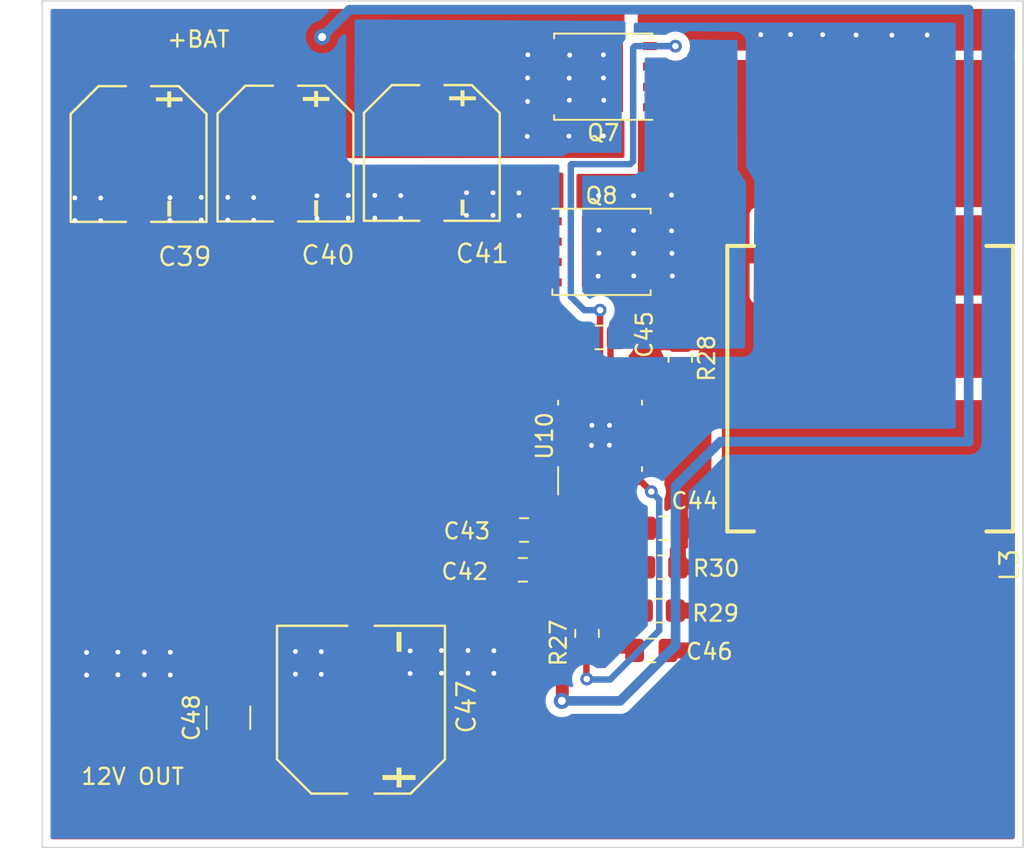
<source format=kicad_pcb>
(kicad_pcb (version 20211014) (generator pcbnew)
  (layers (0 "F.Cu" signal) (31 "B.Cu" signal) (34 "B.Paste" user) (35 "F.Paste" user) (36 "B.SilkS" user "B.Silkscreen") (37 "F.SilkS" user "F.Silkscreen") (38 "B.Mask" user) (39 "F.Mask" user) (44 "Edge.Cuts" user))
  (net 0 "")
  (net 1 "GND")
  (net 2 "+BATT")
  (net 3 "+12V")
  (net 5 "LG")
  (net 6 "BST")
  (net 7 "HG")
  (net 8 "SW")
  (net 9 "ILIM")
  (net 10 "CVCC")
  (net 11 "FB")
  (net 12 "SS")
  (net 13 "RON")
  (footprint "Capacitor_SMD:C_0805_2012Metric_Pad1.18x1.45mm_HandSolder" (layer "F.Cu") (at 46.808542 144.124106 180)
    (fp_text reference "C43" (at 3.56 -0.07) (layer "F.SilkS"))
    (fp_text value "2.2uF" hide)
    (fp_line (start -0.261252 -0.735) (end 0.261252 -0.735) (layer "F.SilkS") (width 0.12))
    (fp_line (start -0.261252 0.735) (end 0.261252 0.735) (layer "F.SilkS") (width 0.12))
    (pad "1" smd roundrect (at -1.0375 0 180) (size 1.175 1.45) (layers "F.Cu" "F.Paste" "F.Mask") (roundrect_rratio 0.2127659574) (net 10 "CVCC"))
    (pad "2" smd roundrect (at 1.0375 0 180) (size 1.175 1.45) (layers "F.Cu" "F.Paste" "F.Mask") (roundrect_rratio 0.2127659574) (net 1 "GND"))
  )
  (footprint "Capacitor_SMD:C_1210_3225Metric_Pad1.33x2.70mm_HandSolder" (layer "F.Cu") (at 28.408542 155.8125 90)
    (fp_text reference "C48" (at 0 -2.3 90) (layer "F.SilkS"))
    (fp_text value "100uF" hide)
    (fp_line (start -0.711252 -1.36) (end 0.711252 -1.36) (layer "F.SilkS") (width 0.12))
    (fp_line (start -0.711252 1.36) (end 0.711252 1.36) (layer "F.SilkS") (width 0.12))
    (pad "1" smd roundrect (at -1.5625 0 90) (size 1.325 2.7) (layers "F.Cu" "F.Paste" "F.Mask") (roundrect_rratio 0.1886792453) (net 3 "+12V"))
    (pad "2" smd roundrect (at 1.5625 0 90) (size 1.325 2.7) (layers "F.Cu" "F.Paste" "F.Mask") (roundrect_rratio 0.1886792453) (net 1 "GND"))
  )
  (footprint "Robotont:CAP-SMD_BD8.0-L8.3-W8.3-LS9.0-FD_35SVPF39M" (layer "F.Cu") (at 41.068542 120.644106 -90)
    (fp_text reference "C41" (at 6.27 -1.38) (layer "F.SilkS") (effects (font (size 1.143 1.143) (thickness 0.152)) (justify left)))
    (fp_text value "39uF" hide)
    (fp_line (start -2.49 -4.226) (end -4.226 -2.49) (layer "F.SilkS") (width 0.152))
    (fp_line (start -4.226 2.49) (end -4.226 0.782) (layer "F.SilkS") (width 0.152))
    (fp_line (start 4.226 -0.782) (end 4.226 -4.226) (layer "F.SilkS") (width 0.152))
    (fp_line (start -2.49 4.226) (end -4.226 2.49) (layer "F.SilkS") (width 0.152))
    (fp_line (start -4.226 -2.49) (end -4.226 -0.782) (layer "F.SilkS") (width 0.152))
    (fp_line (start 4.226 -4.226) (end -2.49 -4.226) (layer "F.SilkS") (width 0.152))
    (fp_line (start 4.226 4.226) (end -2.49 4.226) (layer "F.SilkS") (width 0.152))
    (fp_line (start 4.226 0.782) (end 4.226 4.226) (layer "F.SilkS") (width 0.152))
    (fp_poly (pts (xy -3.528 -1.079) (xy -3.528 -2.739) (xy -3.279 -2.739) (xy -3.279 -1.079)) (layer "F.SilkS") (width 0) (fill solid))
    (fp_poly (pts (xy -3.901 -1.784) (xy -3.901 -2.033) (xy -2.905 -2.033) (xy -2.905 -1.784)) (layer "F.SilkS") (width 0) (fill solid))
    (fp_poly (pts (xy 3.901 -1.784) (xy 3.901 -2.033) (xy 2.905 -2.033) (xy 2.905 -1.784)) (layer "F.SilkS") (width 0) (fill solid))
    (pad "1" smd rect (at -3.295 0 90) (size 3.61 1.26) (layers "F.Cu" "F.Paste" "F.Mask") (net 2 "+BATT"))
    (pad "2" smd rect (at 3.295 0 90) (size 3.61 1.26) (layers "F.Cu" "F.Paste" "F.Mask") (net 1 "GND"))
  )
  (footprint "Robotont:CAP-SMD_BD10.0-L10.3-W10.3-FD_EEHZC1E331P" (layer "F.Cu") (at 36.658542 155.314106 90)
    (fp_text reference "C47" (at -1.59 6.56 90) (layer "F.SilkS") (effects (font (size 1.143 1.143) (thickness 0.152)) (justify left)))
    (fp_text value "120uF" hide)
    (fp_line (start 5.226 5.226) (end -3.09 5.226) (layer "F.SilkS") (width 0.152))
    (fp_line (start 5.226 -5.226) (end -3.09 -5.226) (layer "F.SilkS") (width 0.152))
    (fp_line (start -3.09 5.226) (end -5.226 3.09) (layer "F.SilkS") (width 0.152))
    (fp_line (start -5.226 3.09) (end -5.226 0.852) (layer "F.SilkS") (width 0.152))
    (fp_line (start -3.09 -5.226) (end -5.226 -3.09) (layer "F.SilkS") (width 0.152))
    (fp_line (start 5.226 0.852) (end 5.226 5.226) (layer "F.SilkS") (width 0.152))
    (fp_line (start 5.226 -0.852) (end 5.226 -5.226) (layer "F.SilkS") (width 0.152))
    (fp_line (start -5.226 -3.09) (end -5.226 -0.852) (layer "F.SilkS") (width 0.152))
    (fp_poly (pts (xy -4.841 2.214) (xy -4.841 2.523) (xy -3.605 2.523) (xy -3.605 2.214)) (layer "F.SilkS") (width 0) (fill solid))
    (fp_poly (pts (xy -4.378 1.339) (xy -4.378 3.399) (xy -4.068 3.399) (xy -4.068 1.339)) (layer "F.SilkS") (width 0) (fill solid))
    (fp_poly (pts (xy 4.841 2.214) (xy 4.841 2.523) (xy 3.605 2.523) (xy 3.605 2.214)) (layer "F.SilkS") (width 0) (fill solid))
    (pad "1" smd rect (at -4.5 0 90) (size 4.5 1.65) (layers "F.Cu" "F.Paste" "F.Mask") (net 3 "+12V"))
    (pad "2" smd rect (at 4.5 0 90) (size 4.5 1.65) (layers "F.Cu" "F.Paste" "F.Mask") (net 1 "GND"))
  )
  (footprint "Capacitor_SMD:C_0805_2012Metric_Pad1.18x1.45mm_HandSolder" (layer "F.Cu") (at 51.508542 132.134106)
    (fp_text reference "C45" (at 2.79 -0.18 90) (layer "F.SilkS"))
    (fp_text value "470nF" hide)
    (fp_line (start -0.261252 -0.735) (end 0.261252 -0.735) (layer "F.SilkS") (width 0.12))
    (fp_line (start -0.261252 0.735) (end 0.261252 0.735) (layer "F.SilkS") (width 0.12))
    (pad "1" smd roundrect (at -1.0375 0) (size 1.175 1.45) (layers "F.Cu" "F.Paste" "F.Mask") (roundrect_rratio 0.2127659574) (net 6 "BST"))
    (pad "2" smd roundrect (at 1.0375 0) (size 1.175 1.45) (layers "F.Cu" "F.Paste" "F.Mask") (roundrect_rratio 0.2127659574) (net 8 "SW"))
  )
  (footprint "Resistor_SMD:R_0805_2012Metric_Pad1.20x1.40mm_HandSolder" (layer "F.Cu") (at 56.528542 133.434106 -90)
    (fp_text reference "R28" (at 0 -1.65 90) (layer "F.SilkS"))
    (fp_text value "1.43K" hide)
    (fp_line (start -0.227064 -0.735) (end 0.227064 -0.735) (layer "F.SilkS") (width 0.12))
    (fp_line (start -0.227064 0.735) (end 0.227064 0.735) (layer "F.SilkS") (width 0.12))
    (pad "1" smd roundrect (at -1 0 270) (size 1.2 1.4) (layers "F.Cu" "F.Paste" "F.Mask") (roundrect_rratio 0.2083333333) (net 8 "SW"))
    (pad "2" smd roundrect (at 1 0 270) (size 1.2 1.4) (layers "F.Cu" "F.Paste" "F.Mask") (roundrect_rratio 0.2083333333) (net 9 "ILIM"))
  )
  (footprint "Robotont:CAP-SMD_BD8.0-L8.3-W8.3-LS9.0-FD_35SVPF39M" (layer "F.Cu") (at 22.818542 120.709106 -90)
    (fp_text reference "C39" (at 6.395 -1.11) (layer "F.SilkS") (effects (font (size 1.143 1.143) (thickness 0.152)) (justify left)))
    (fp_text value "39uF" hide)
    (fp_line (start -2.49 4.226) (end -4.226 2.49) (layer "F.SilkS") (width 0.152))
    (fp_line (start -2.49 -4.226) (end -4.226 -2.49) (layer "F.SilkS") (width 0.152))
    (fp_line (start 4.226 -0.782) (end 4.226 -4.226) (layer "F.SilkS") (width 0.152))
    (fp_line (start 4.226 -4.226) (end -2.49 -4.226) (layer "F.SilkS") (width 0.152))
    (fp_line (start -4.226 -2.49) (end -4.226 -0.782) (layer "F.SilkS") (width 0.152))
    (fp_line (start -4.226 2.49) (end -4.226 0.782) (layer "F.SilkS") (width 0.152))
    (fp_line (start 4.226 0.782) (end 4.226 4.226) (layer "F.SilkS") (width 0.152))
    (fp_line (start 4.226 4.226) (end -2.49 4.226) (layer "F.SilkS") (width 0.152))
    (fp_poly (pts (xy -3.528 -1.079) (xy -3.528 -2.739) (xy -3.279 -2.739) (xy -3.279 -1.079)) (layer "F.SilkS") (width 0) (fill solid))
    (fp_poly (pts (xy -3.901 -1.784) (xy -3.901 -2.033) (xy -2.905 -2.033) (xy -2.905 -1.784)) (layer "F.SilkS") (width 0) (fill solid))
    (fp_poly (pts (xy 3.901 -1.784) (xy 3.901 -2.033) (xy 2.905 -2.033) (xy 2.905 -1.784)) (layer "F.SilkS") (width 0) (fill solid))
    (pad "1" smd rect (at -3.295 0 90) (size 3.61 1.26) (layers "F.Cu" "F.Paste" "F.Mask") (net 2 "+BATT"))
    (pad "2" smd rect (at 3.295 0 90) (size 3.61 1.26) (layers "F.Cu" "F.Paste" "F.Mask") (net 1 "GND"))
  )
  (footprint "Resistor_SMD:R_0805_2012Metric_Pad1.20x1.40mm_HandSolder" (layer "F.Cu") (at 50.728542 150.564106 -90)
    (fp_text reference "R27" (at 0.59 1.78 90) (layer "F.SilkS"))
    (fp_text value "604K" hide)
    (fp_line (start -0.227064 0.735) (end 0.227064 0.735) (layer "F.SilkS") (width 0.12))
    (fp_line (start -0.227064 -0.735) (end 0.227064 -0.735) (layer "F.SilkS") (width 0.12))
    (pad "1" smd roundrect (at -1 0 270) (size 1.2 1.4) (layers "F.Cu" "F.Paste" "F.Mask") (roundrect_rratio 0.2083333333) (net 2 "+BATT"))
    (pad "2" smd roundrect (at 1 0 270) (size 1.2 1.4) (layers "F.Cu" "F.Paste" "F.Mask") (roundrect_rratio 0.2083333333) (net 13 "RON"))
  )
  (footprint "Package_SO:HTSSOP-14-1EP_4.4x5mm_P0.65mm_EP3.4x5mm_Mask3x3.1mm" (layer "F.Cu") (at 51.538542 138.264106 90)
    (fp_text reference "U10" (at 0 -3.45 90) (layer "F.SilkS"))
    (fp_text value "LM3150MH" hide)
    (fp_line (start 1.935584 2.61) (end 2.2 2.61) (layer "F.SilkS") (width 0.12))
    (fp_line (start -1.935584 -2.61) (end -3.65 -2.61) (layer "F.SilkS") (width 0.12))
    (fp_line (start 1.935584 -2.61) (end 2.2 -2.61) (layer "F.SilkS") (width 0.12))
    (fp_line (start -1.935584 2.61) (end -2.2 2.61) (layer "F.SilkS") (width 0.12))
    (pad "1" smd roundrect (at -2.8625 -1.95 90) (size 1.575 0.4) (layers "F.Cu" "F.Paste" "F.Mask") (net 10 "CVCC"))
    (pad "2" smd roundrect (at -2.8625 -1.3 90) (size 1.575 0.4) (layers "F.Cu" "F.Paste" "F.Mask") (net 2 "+BATT"))
    (pad "3" smd roundrect (at -2.8625 -0.65 90) (size 1.575 0.4) (layers "F.Cu" "F.Paste" "F.Mask"))
    (pad "4" smd roundrect (at -2.8625 0 90) (size 1.575 0.4) (layers "F.Cu" "F.Paste" "F.Mask") (net 11 "FB"))
    (pad "5" smd roundrect (at -2.8625 0.65 90) (size 1.575 0.4) (layers "F.Cu" "F.Paste" "F.Mask") (net 1 "GND"))
    (pad "6" smd roundrect (at -2.8625 1.3 90) (size 1.575 0.4) (layers "F.Cu" "F.Paste" "F.Mask") (net 12 "SS"))
    (pad "7" smd roundrect (at -2.8625 1.95 90) (size 1.575 0.4) (layers "F.Cu" "F.Paste" "F.Mask") (net 13 "RON"))
    (pad "8" smd roundrect (at 2.8625 1.95 90) (size 1.575 0.4) (layers "F.Cu" "F.Paste" "F.Mask") (net 9 "ILIM"))
    (pad "9" smd roundrect (at 2.8625 1.3 90) (size 1.575 0.4) (layers "F.Cu" "F.Paste" "F.Mask") (net 1 "GND"))
    (pad "10" smd roundrect (at 2.8625 0.65 90) (size 1.575 0.4) (layers "F.Cu" "F.Paste" "F.Mask") (net 8 "SW"))
    (pad "11" smd roundrect (at 2.8625 0 90) (size 1.575 0.4) (layers "F.Cu" "F.Paste" "F.Mask") (net 7 "HG"))
    (pad "12" smd roundrect (at 2.8625 -0.65 90) (size 1.575 0.4) (layers "F.Cu" "F.Paste" "F.Mask") (net 6 "BST"))
    (pad "13" smd roundrect (at 2.8625 -1.3 90) (size 1.575 0.4) (layers "F.Cu" "F.Paste" "F.Mask") (net 5 "LG"))
    (pad "14" smd roundrect (at 2.8625 -1.95 90) (size 1.575 0.4) (layers "F.Cu" "F.Paste" "F.Mask") (net 1 "GND"))
    (pad "15" smd rect (at 0 0 90) (size 3.4 5) (layers "F.Cu") (net 1 "GND"))
  )
  (footprint "Capacitor_SMD:C_0805_2012Metric_Pad1.18x1.45mm_HandSolder" (layer "F.Cu") (at 55.478542 144.014106)
    (fp_text reference "C44" (at 1.95 -1.7) (layer "F.SilkS"))
    (fp_text value "15nF" hide)
    (fp_line (start -0.261252 0.735) (end 0.261252 0.735) (layer "F.SilkS") (width 0.12))
    (fp_line (start -0.261252 -0.735) (end 0.261252 -0.735) (layer "F.SilkS") (width 0.12))
    (pad "1" smd roundrect (at -1.0375 0) (size 1.175 1.45) (layers "F.Cu" "F.Paste" "F.Mask") (roundrect_rratio 0.2127659574) (net 12 "SS"))
    (pad "2" smd roundrect (at 1.0375 0) (size 1.175 1.45) (layers "F.Cu" "F.Paste" "F.Mask") (roundrect_rratio 0.2127659574) (net 1 "GND"))
  )
  (footprint "Robotont:CAP-SMD_BD8.0-L8.3-W8.3-LS9.0-FD_35SVPF39M" (layer "F.Cu") (at 31.958542 120.684106 -90)
    (fp_text reference "C40" (at 6.33 -0.89) (layer "F.SilkS") (effects (font (size 1.143 1.143) (thickness 0.152)) (justify left)))
    (fp_text value "39uF" hide)
    (fp_line (start -4.226 -2.49) (end -4.226 -0.782) (layer "F.SilkS") (width 0.152))
    (fp_line (start -2.49 -4.226) (end -4.226 -2.49) (layer "F.SilkS") (width 0.152))
    (fp_line (start 4.226 0.782) (end 4.226 4.226) (layer "F.SilkS") (width 0.152))
    (fp_line (start 4.226 -0.782) (end 4.226 -4.226) (layer "F.SilkS") (width 0.152))
    (fp_line (start 4.226 4.226) (end -2.49 4.226) (layer "F.SilkS") (width 0.152))
    (fp_line (start 4.226 -4.226) (end -2.49 -4.226) (layer "F.SilkS") (width 0.152))
    (fp_line (start -4.226 2.49) (end -4.226 0.782) (layer "F.SilkS") (width 0.152))
    (fp_line (start -2.49 4.226) (end -4.226 2.49) (layer "F.SilkS") (width 0.152))
    (fp_poly (pts (xy -3.528 -1.079) (xy -3.528 -2.739) (xy -3.279 -2.739) (xy -3.279 -1.079)) (layer "F.SilkS") (width 0) (fill solid))
    (fp_poly (pts (xy 3.901 -1.784) (xy 3.901 -2.033) (xy 2.905 -2.033) (xy 2.905 -1.784)) (layer "F.SilkS") (width 0) (fill solid))
    (fp_poly (pts (xy -3.901 -1.784) (xy -3.901 -2.033) (xy -2.905 -2.033) (xy -2.905 -1.784)) (layer "F.SilkS") (width 0) (fill solid))
    (pad "1" smd rect (at -3.295 0 90) (size 3.61 1.26) (layers "F.Cu" "F.Paste" "F.Mask") (net 2 "+BATT"))
    (pad "2" smd rect (at 3.295 0 90) (size 3.61 1.26) (layers "F.Cu" "F.Paste" "F.Mask") (net 1 "GND"))
  )
  (footprint "Package_TO_SOT_SMD:TDSON-8-1" (layer "F.Cu") (at 51.738542 115.894106 180)
    (fp_text reference "Q7" (at 0 -3.5) (layer "F.SilkS"))
    (fp_text value "CSD17505Q5A" hide)
    (fp_line (start 3.06 -2.685) (end -3.06 -2.685) (layer "F.SilkS") (width 0.12))
    (fp_line (start -3.06 2.335) (end -3.06 2.685) (layer "F.SilkS") (width 0.12))
    (fp_line (start 3.06 2.385) (end 3.06 2.685) (layer "F.SilkS") (width 0.12))
    (fp_line (start 3.06 -2.385) (end 3.06 -2.685) (layer "F.SilkS") (width 0.12))
    (fp_line (start 3.06 2.685) (end -3.06 2.685) (layer "F.SilkS") (width 0.12))
    (pad "1" smd rect (at -2.9 -1.905 180) (size 0.85 0.5) (layers "F.Cu" "F.Paste" "F.Mask") (net 8 "SW"))
    (pad "2" smd rect (at -2.9 -0.635 180) (size 0.85 0.5) (layers "F.Cu" "F.Paste" "F.Mask") (net 8 "SW"))
    (pad "3" smd rect (at -2.9 0.635 180) (size 0.85 0.5) (layers "F.Cu" "F.Paste" "F.Mask") (net 8 "SW"))
    (pad "4" smd rect (at -2.9 1.905 180) (size 0.85 0.5) (layers "F.Cu" "F.Paste" "F.Mask") (net 7 "HG"))
    (pad "5" smd rect (at 1.05 0 180) (size 4.55 4.41) (layers "F.Cu") (net 2 "+BATT"))
  )
  (footprint "Package_TO_SOT_SMD:TDSON-8-1" (layer "F.Cu") (at 51.628542 126.804106)
    (fp_text reference "Q8" (at 0 -3.5) (layer "F.SilkS"))
    (fp_text value "CSD18540Q5B" hide)
    (fp_line (start -3.06 2.335) (end -3.06 2.685) (layer "F.SilkS") (width 0.12))
    (fp_line (start 3.06 -2.385) (end 3.06 -2.685) (layer "F.SilkS") (width 0.12))
    (fp_line (start 3.06 2.385) (end 3.06 2.685) (layer "F.SilkS") (width 0.12))
    (fp_line (start 3.06 2.685) (end -3.06 2.685) (layer "F.SilkS") (width 0.12))
    (fp_line (start 3.06 -2.685) (end -3.06 -2.685) (layer "F.SilkS") (width 0.12))
    (pad "1" smd rect (at -2.9 -1.905) (size 0.85 0.5) (layers "F.Cu" "F.Paste" "F.Mask") (net 1 "GND"))
    (pad "2" smd rect (at -2.9 -0.635) (size 0.85 0.5) (layers "F.Cu" "F.Paste" "F.Mask") (net 1 "GND"))
    (pad "3" smd rect (at -2.9 0.635) (size 0.85 0.5) (layers "F.Cu" "F.Paste" "F.Mask") (net 1 "GND"))
    (pad "4" smd rect (at -2.9 1.905) (size 0.85 0.5) (layers "F.Cu" "F.Paste" "F.Mask") (net 5 "LG"))
    (pad "5" smd rect (at 1.05 0) (size 4.55 4.41) (layers "F.Cu") (net 8 "SW"))
  )
  (footprint "Resistor_SMD:R_0805_2012Metric_Pad1.20x1.40mm_HandSolder" (layer "F.Cu") (at 55.378542 146.444106)
    (fp_text reference "R30" (at 3.39 0.07) (layer "F.SilkS"))
    (fp_text value "10K" hide)
    (fp_line (start -0.227064 -0.735) (end 0.227064 -0.735) (layer "F.SilkS") (width 0.12))
    (fp_line (start -0.227064 0.735) (end 0.227064 0.735) (layer "F.SilkS") (width 0.12))
    (pad "1" smd roundrect (at -1 0) (size 1.2 1.4) (layers "F.Cu" "F.Paste" "F.Mask") (roundrect_rratio 0.2083333333) (net 11 "FB"))
    (pad "2" smd roundrect (at 1 0) (size 1.2 1.4) (layers "F.Cu" "F.Paste" "F.Mask") (roundrect_rratio 0.2083333333) (net 1 "GND"))
  )
  (footprint "Capacitor_SMD:C_0805_2012Metric_Pad1.18x1.45mm_HandSolder" (layer "F.Cu") (at 54.728542 151.624106 180)
    (fp_text reference "C46" (at -3.61 -0.07) (layer "F.SilkS"))
    (fp_text value "470pF" hide)
    (fp_line (start -0.261252 -0.735) (end 0.261252 -0.735) (layer "F.SilkS") (width 0.12))
    (fp_line (start -0.261252 0.735) (end 0.261252 0.735) (layer "F.SilkS") (width 0.12))
    (pad "1" smd roundrect (at -1.0375 0 180) (size 1.175 1.45) (layers "F.Cu" "F.Paste" "F.Mask") (roundrect_rratio 0.2127659574) (net 3 "+12V"))
    (pad "2" smd roundrect (at 1.0375 0 180) (size 1.175 1.45) (layers "F.Cu" "F.Paste" "F.Mask") (roundrect_rratio 0.2127659574) (net 11 "FB"))
  )
  (footprint "Capacitor_SMD:C_0805_2012Metric_Pad1.18x1.45mm_HandSolder" (layer "F.Cu") (at 46.738542 146.604106 180)
    (fp_text reference "C42" (at 3.62 -0.11) (layer "F.SilkS"))
    (fp_text value "100nF" hide)
    (fp_line (start -0.261252 0.735) (end 0.261252 0.735) (layer "F.SilkS") (width 0.12))
    (fp_line (start -0.261252 -0.735) (end 0.261252 -0.735) (layer "F.SilkS") (width 0.12))
    (pad "1" smd roundrect (at -1.0375 0 180) (size 1.175 1.45) (layers "F.Cu" "F.Paste" "F.Mask") (roundrect_rratio 0.2127659574) (net 2 "+BATT"))
    (pad "2" smd roundrect (at 1.0375 0 180) (size 1.175 1.45) (layers "F.Cu" "F.Paste" "F.Mask") (roundrect_rratio 0.2127659574) (net 1 "GND"))
  )
  (footprint "Resistor_SMD:R_0805_2012Metric_Pad1.20x1.40mm_HandSolder" (layer "F.Cu") (at 55.228542 149.144106 180)
    (fp_text reference "R29" (at -3.5 -0.17) (layer "F.SilkS"))
    (fp_text value "191K" hide)
    (fp_line (start -0.227064 0.735) (end 0.227064 0.735) (layer "F.SilkS") (width 0.12))
    (fp_line (start -0.227064 -0.735) (end 0.227064 -0.735) (layer "F.SilkS") (width 0.12))
    (pad "1" smd roundrect (at -1 0 180) (size 1.2 1.4) (layers "F.Cu" "F.Paste" "F.Mask") (roundrect_rratio 0.2083333333) (net 3 "+12V"))
    (pad "2" smd roundrect (at 1 0 180) (size 1.2 1.4) (layers "F.Cu" "F.Paste" "F.Mask") (roundrect_rratio 0.2083333333) (net 11 "FB"))
  )
  (footprint "Robotont:IND-SMD_L17.5-W17.5" (layer "F.Cu") (at 68.348542 135.324106 -90)
    (fp_text reference "L3" (at 9.88 -8.66 90) (layer "F.SilkS") (effects (font (size 1.143 1.143) (thickness 0.152)) (justify right)))
    (fp_text value "4.7uH" hide)
    (fp_line (start -8.89 8.89) (end 8.89 8.89) (layer "F.SilkS") (width 0.254))
    (fp_line (start 8.89 -7.231) (end 8.89 -8.89) (layer "F.SilkS") (width 0.254))
    (fp_line (start -8.89 -7.62) (end -8.89 -7.231) (layer "F.SilkS") (width 0.254))
    (fp_line (start -8.89 -8.89) (end -8.89 -7.62) (layer "F.SilkS") (width 0.254))
    (fp_line (start 8.89 8.89) (end 8.89 7.231) (layer "F.SilkS") (width 0.254))
    (fp_line (start -8.89 7.231) (end -8.89 8.89) (layer "F.SilkS") (width 0.254))
    (fp_line (start 8.89 -8.89) (end -8.89 -8.89) (layer "F.SilkS") (width 0.254))
    (pad "1" smd rect (at -8.3 0 270) (size 5 14) (layers "F.Cu" "F.Paste" "F.Mask") (net 8 "SW"))
    (pad "2" smd rect (at 8.3 0 270) (size 5 14) (layers "F.Cu" "F.Paste" "F.Mask") (net 3 "+12V"))
  )
  (gr_rect (start 16.83 111.17) (end 77.86 163.9) (layer "Edge.Cuts") (width 0.1) (fill none))
  (gr_text "12V OUT" (at 22.448542 159.474106) (layer "F.SilkS") (effects (font (size 1 1))))
  (gr_text "+BAT" (at 26.538542 113.564106) (layer "F.SilkS") (effects (font (size 1 1))))
  (segment (start 49.588542 135.401606) (end 49.588542 137.374106) (width 0.4) (layer "F.Cu") (net 1))
  (segment (start 52.838542 135.401606) (end 52.838542 136.964106) (width 0.4) (layer "F.Cu") (net 1))
  (segment (start 52.188542 141.126606) (end 52.188542 138.914106) (width 0.4) (layer "F.Cu") (net 1))
  (via (at 34.19 151.7) (size 0.6) (drill 0.3) (layers "F.Cu" "B.Cu") (net 1))
  (via (at 46.49 124.54) (size 0.6) (drill 0.3) (layers "F.Cu" "B.Cu") (net 1))
  (via (at 20.46 123.45) (size 0.6) (drill 0.3) (layers "F.Cu" "B.Cu") (net 1))
  (via (at 23.18 151.73) (size 0.6) (drill 0.3) (layers "F.Cu" "B.Cu") (net 1))
  (via (at 18.85 124.85) (size 0.6) (drill 0.3) (layers "F.Cu" "B.Cu") (net 1))
  (via (at 67.47 113.3) (size 0.6) (drill 0.3) (layers "F.Cu" "B.Cu") (net 1))
  (via (at 24.79 151.74) (size 0.6) (drill 0.3) (layers "F.Cu" "B.Cu") (net 1))
  (via (at 37.52 123.29) (size 0.6) (drill 0.3) (layers "F.Cu" "B.Cu") (net 1))
  (via (at 63.39 113.27) (size 0.6) (drill 0.3) (layers "F.Cu" "B.Cu") (net 1))
  (via (at 19.58 151.75) (size 0.6) (drill 0.3) (layers "F.Cu" "B.Cu") (net 1))
  (via (at 41.67 153.04) (size 0.6) (drill 0.3) (layers "F.Cu" "B.Cu") (net 1))
  (via (at 69.7 113.31) (size 0.6) (drill 0.3) (layers "F.Cu" "B.Cu") (net 1))
  (via (at 35.87 124.7) (size 0.6) (drill 0.3) (layers "F.Cu" "B.Cu") (net 1))
  (via (at 39.13 124.71) (size 0.6) (drill 0.3) (layers "F.Cu" "B.Cu") (net 1))
  (via (at 44.93 151.64) (size 0.6) (drill 0.3) (layers "F.Cu" "B.Cu") (net 1))
  (via (at 43.32 153.04) (size 0.6) (drill 0.3) (layers "F.Cu" "B.Cu") (net 1))
  (via (at 28.37 123.41) (size 0.6) (drill 0.3) (layers "F.Cu" "B.Cu") (net 1))
  (via (at 35.87 123.29) (size 0.6) (drill 0.3) (layers "F.Cu" "B.Cu") (net 1))
  (via (at 26.72 123.41) (size 0.6) (drill 0.3) (layers "F.Cu" "B.Cu") (net 1))
  (via (at 34.19 153.11) (size 0.6) (drill 0.3) (layers "F.Cu" "B.Cu") (net 1))
  (via (at 39.13 123.3) (size 0.6) (drill 0.3) (layers "F.Cu" "B.Cu") (net 1))
  (via (at 44.88 123.12) (size 0.6) (drill 0.3) (layers "F.Cu" "B.Cu") (net 1))
  (via (at 51.028542 137.604106) (size 0.6) (drill 0.3) (layers "F.Cu" "B.Cu") (net 1))
  (via (at 18.85 123.44) (size 0.6) (drill 0.3) (layers "F.Cu" "B.Cu") (net 1))
  (via (at 26.72 124.82) (size 0.6) (drill 0.3) (layers "F.Cu" "B.Cu") (net 1))
  (via (at 33.92 124.72) (size 0.6) (drill 0.3) (layers "F.Cu" "B.Cu") (net 1))
  (via (at 32.58 151.69) (size 0.6) (drill 0.3) (layers "F.Cu" "B.Cu") (net 1))
  (via (at 46.49 123.13) (size 0.6) (drill 0.3) (layers "F.Cu" "B.Cu") (net 1))
  (via (at 33.92 123.31) (size 0.6) (drill 0.3) (layers "F.Cu" "B.Cu") (net 1))
  (via (at 43.32 151.63) (size 0.6) (drill 0.3) (layers "F.Cu" "B.Cu") (net 1))
  (via (at 65.39 113.28) (size 0.6) (drill 0.3) (layers "F.Cu" "B.Cu") (net 1))
  (via (at 52.128542 137.604106) (size 0.6) (drill 0.3) (layers "F.Cu" "B.Cu") (net 1))
  (via (at 20.46 124.86) (size 0.6) (drill 0.3) (layers "F.Cu" "B.Cu") (net 1))
  (via (at 43.23 124.53) (size 0.6) (drill 0.3) (layers "F.Cu" "B.Cu") (net 1))
  (via (at 61.54 113.28) (size 0.6) (drill 0.3) (layers "F.Cu" "B.Cu") (net 1))
  (via (at 39.72 153.06) (size 0.6) (drill 0.3) (layers "F.Cu" "B.Cu") (net 1))
  (via (at 32.58 153.1) (size 0.6) (drill 0.3) (layers "F.Cu" "B.Cu") (net 1))
  (via (at 21.53 151.73) (size 0.6) (drill 0.3) (layers "F.Cu" "B.Cu") (net 1))
  (via (at 19.58 153.16) (size 0.6) (drill 0.3) (layers "F.Cu" "B.Cu") (net 1))
  (via (at 44.88 124.53) (size 0.6) (drill 0.3) (layers "F.Cu" "B.Cu") (net 1))
  (via (at 23.18 153.14) (size 0.6) (drill 0.3) (layers "F.Cu" "B.Cu") (net 1))
  (via (at 43.23 123.12) (size 0.6) (drill 0.3) (layers "F.Cu" "B.Cu") (net 1))
  (via (at 51.008542 138.854106) (size 0.6) (drill 0.3) (layers "F.Cu" "B.Cu") (net 1))
  (via (at 41.67 151.63) (size 0.6) (drill 0.3) (layers "F.Cu" "B.Cu") (net 1))
  (via (at 24.79 153.15) (size 0.6) (drill 0.3) (layers "F.Cu" "B.Cu") (net 1))
  (via (at 24.77 124.84) (size 0.6) (drill 0.3) (layers "F.Cu" "B.Cu") (net 1))
  (via (at 39.72 151.65) (size 0.6) (drill 0.3) (layers "F.Cu" "B.Cu") (net 1))
  (via (at 24.77 123.43) (size 0.6) (drill 0.3) (layers "F.Cu" "B.Cu") (net 1))
  (via (at 29.98 123.42) (size 0.6) (drill 0.3) (layers "F.Cu" "B.Cu") (net 1))
  (via (at 29.98 124.83) (size 0.6) (drill 0.3) (layers "F.Cu" "B.Cu") (net 1))
  (via (at 52.118542 138.844106) (size 0.6) (drill 0.3) (layers "F.Cu" "B.Cu") (net 1))
  (via (at 71.9 113.3) (size 0.6) (drill 0.3) (layers "F.Cu" "B.Cu") (net 1))
  (via (at 44.93 153.05) (size 0.6) (drill 0.3) (layers "F.Cu" "B.Cu") (net 1))
  (via (at 37.52 124.7) (size 0.6) (drill 0.3) (layers "F.Cu" "B.Cu") (net 1))
  (via (at 28.37 124.82) (size 0.6) (drill 0.3) (layers "F.Cu" "B.Cu") (net 1))
  (via (at 21.53 153.14) (size 0.6) (drill 0.3) (layers "F.Cu" "B.Cu") (net 1))
  (segment (start 49.188542 154.734106) (end 49.188542 146.604106) (width 0.8) (layer "F.Cu") (net 2))
  (segment (start 50.238542 146.444106) (end 50.078542 146.604106) (width 0.4) (layer "F.Cu") (net 2))
  (segment (start 50.078542 146.604106) (end 50.678542 147.204106) (width 0.8) (layer "F.Cu") (net 2))
  (segment (start 49.188542 146.604106) (end 50.078542 146.604106) (width 0.8) (layer "F.Cu") (net 2))
  (segment (start 50.678542 147.204106) (end 50.678542 149.514106) (width 0.8) (layer "F.Cu") (net 2))
  (segment (start 50.238542 141.126606) (end 50.238542 146.444106) (width 0.4) (layer "F.Cu") (net 2))
  (segment (start 50.678542 149.514106) (end 50.728542 149.564106) (width 0.8) (layer "F.Cu") (net 2))
  (segment (start 49.158542 154.764106) (end 49.188542 154.734106) (width 0.8) (layer "F.Cu") (net 2))
  (segment (start 47.776042 146.604106) (end 49.188542 146.604106) (width 0.8) (layer "F.Cu") (net 2))
  (via (at 49.628542 117.364106) (size 0.6) (drill 0.3) (layers "F.Cu" "B.Cu") (net 2))
  (via (at 51.768542 117.364106) (size 0.6) (drill 0.3) (layers "F.Cu" "B.Cu") (net 2))
  (via (at 47.008542 119.614106) (size 0.6) (drill 0.3) (layers "F.Cu" "B.Cu") (net 2))
  (via (at 47.028542 117.434106) (size 0.6) (drill 0.3) (layers "F.Cu" "B.Cu") (net 2))
  (via (at 47.028542 115.974106) (size 0.6) (drill 0.3) (layers "F.Cu" "B.Cu") (net 2))
  (via (at 49.648542 114.554106) (size 0.6) (drill 0.3) (layers "F.Cu" "B.Cu") (net 2))
  (via (at 49.598542 119.594106) (size 0.6) (drill 0.3) (layers "F.Cu" "B.Cu") (net 2))
  (via (at 51.748542 115.974106) (size 0.6) (drill 0.3) (layers "F.Cu" "B.Cu") (net 2))
  (via (at 49.618542 115.984106) (size 0.6) (drill 0.3) (layers "F.Cu" "B.Cu") (net 2))
  (via (at 51.748542 119.584106) (size 0.6) (drill 0.3) (layers "F.Cu" "B.Cu") (net 2))
  (via (at 34.238542 113.424106) (size 1) (drill 0.5) (layers "F.Cu" "B.Cu") (net 2))
  (via (at 47.048542 114.534106) (size 0.6) (drill 0.3) (layers "F.Cu" "B.Cu") (net 2))
  (via (at 49.158542 154.764106) (size 1) (drill 0.5) (layers "F.Cu" "B.Cu") (net 2))
  (via (at 51.748542 114.534106) (size 0.6) (drill 0.3) (layers "F.Cu" "B.Cu") (net 2))
  (segment (start 34.238542 113.424106) (end 35.938542 111.724106) (width 0.6) (layer "B.Cu") (net 2))
  (segment (start 35.938542 111.724106) (end 74.478542 111.724106) (width 0.6) (layer "B.Cu") (net 2))
  (segment (start 56.24 141.402648) (end 56.24 151.312648) (width 0.6) (layer "B.Cu") (net 2))
  (segment (start 52.788542 154.764106) (end 49.158542 154.764106) (width 0.6) (layer "B.Cu") (net 2))
  (segment (start 56.24 151.312648) (end 52.788542 154.764106) (width 0.6) (layer "B.Cu") (net 2))
  (segment (start 74.478542 138.624106) (end 59.018542 138.624106) (width 0.6) (layer "B.Cu") (net 2))
  (segment (start 59.018542 138.624106) (end 56.24 141.402648) (width 0.6) (layer "B.Cu") (net 2))
  (segment (start 74.478542 111.724106) (end 74.478542 138.624106) (width 0.6) (layer "B.Cu") (net 2))
  (segment (start 56.228542 149.144106) (end 59.938542 149.144106) (width 1) (layer "F.Cu") (net 3))
  (segment (start 55.766042 151.624106) (end 59.868542 151.624106) (width 1) (layer "F.Cu") (net 3))
  (segment (start 59.868542 151.624106) (end 59.878542 151.634106) (width 0.4) (layer "F.Cu") (net 3))
  (segment (start 59.938542 149.144106) (end 59.958542 149.164106) (width 0.4) (layer "F.Cu") (net 3))
  (segment (start 50.238542 135.401606) (end 50.238542 133.564106) (width 0.4) (layer "F.Cu") (net 5))
  (segment (start 48.278542 129.159106) (end 48.728542 128.709106) (width 0.4) (layer "F.Cu") (net 5))
  (segment (start 48.458542 133.554106) (end 48.278542 133.374106) (width 0.4) (layer "F.Cu") (net 5))
  (segment (start 50.238542 133.564106) (end 48.458542 133.564106) (width 0.4) (layer "F.Cu") (net 5))
  (segment (start 48.278542 133.374106) (end 48.278542 129.159106) (width 0.4) (layer "F.Cu") (net 5))
  (segment (start 50.888542 132.551606) (end 50.471042 132.134106) (width 0.25) (layer "F.Cu") (net 6))
  (segment (start 50.888542 135.401606) (end 50.888542 132.551606) (width 0.4) (layer "F.Cu") (net 6))
  (segment (start 51.538542 135.401606) (end 51.538542 130.434106) (width 0.4) (layer "F.Cu") (net 7))
  (segment (start 54.638542 113.989106) (end 56.223542 113.989106) (width 0.4) (layer "F.Cu") (net 7))
  (segment (start 56.223542 113.989106) (end 56.228542 113.994106) (width 0.4) (layer "F.Cu") (net 7))
  (via (at 56.228542 113.994106) (size 0.8) (drill 0.4) (layers "F.Cu" "B.Cu") (net 7))
  (via (at 51.538542 130.434106) (size 0.8) (drill 0.4) (layers "F.Cu" "B.Cu") (net 7))
  (segment (start 50.558542 130.434106) (end 49.718542 129.594106) (width 0.4) (layer "B.Cu") (net 7))
  (segment (start 49.718542 129.594106) (end 49.718542 121.384106) (width 0.4) (layer "B.Cu") (net 7))
  (segment (start 49.718542 121.384106) (end 49.758542 121.344106) (width 0.4) (layer "B.Cu") (net 7))
  (segment (start 53.708542 113.994106) (end 56.228542 113.994106) (width 0.4) (layer "B.Cu") (net 7))
  (segment (start 49.758542 121.344106) (end 53.408542 121.344106) (width 0.4) (layer "B.Cu") (net 7))
  (segment (start 53.598542 114.104106) (end 53.708542 113.994106) (width 0.4) (layer "B.Cu") (net 7))
  (segment (start 51.538542 130.434106) (end 50.558542 130.434106) (width 0.4) (layer "B.Cu") (net 7))
  (segment (start 53.598542 121.154106) (end 53.598542 114.104106) (width 0.4) (layer "B.Cu") (net 7))
  (segment (start 53.408542 121.344106) (end 53.598542 121.154106) (width 0.4) (layer "B.Cu") (net 7))
  (segment (start 52.188542 135.401606) (end 52.188542 132.491606) (width 0.4) (layer "F.Cu") (net 8))
  (segment (start 52.188542 132.491606) (end 52.546042 132.134106) (width 0.25) (layer "F.Cu") (net 8))
  (via (at 51.468542 125.454106) (size 0.6) (drill 0.3) (layers "F.Cu" "B.Cu") (net 8))
  (via (at 51.418542 128.324106) (size 0.6) (drill 0.3) (layers "F.Cu" "B.Cu") (net 8))
  (via (at 55.988542 125.494106) (size 0.6) (drill 0.3) (layers "F.Cu" "B.Cu") (net 8))
  (via (at 56.038542 128.304106) (size 0.6) (drill 0.3) (layers "F.Cu" "B.Cu") (net 8))
  (via (at 53.628542 123.304106) (size 0.6) (drill 0.3) (layers "F.Cu" "B.Cu") (net 8))
  (via (at 51.468542 126.884106) (size 0.6) (drill 0.3) (layers "F.Cu" "B.Cu") (net 8))
  (via (at 51.448542 123.294106) (size 0.6) (drill 0.3) (layers "F.Cu" "B.Cu") (net 8))
  (via (at 53.638542 128.304106) (size 0.6) (drill 0.3) (layers "F.Cu" "B.Cu") (net 8))
  (via (at 53.628542 126.894106) (size 0.6) (drill 0.3) (layers "F.Cu" "B.Cu") (net 8))
  (via (at 53.628542 125.474106) (size 0.6) (drill 0.3) (layers "F.Cu" "B.Cu") (net 8))
  (via (at 56.008542 126.894106) (size 0.6) (drill 0.3) (layers "F.Cu" "B.Cu") (net 8))
  (via (at 55.988542 123.264106) (size 0.6) (drill 0.3) (layers "F.Cu" "B.Cu") (net 8))
  (segment (start 55.561042 135.401606) (end 56.528542 134.434106) (width 0.4) (layer "F.Cu") (net 9))
  (segment (start 53.488542 135.401606) (end 55.561042 135.401606) (width 0.4) (layer "F.Cu") (net 9))
  (segment (start 49.588542 143.934106) (end 49.358542 144.164106) (width 0.4) (layer "F.Cu") (net 10))
  (segment (start 49.358542 144.164106) (end 47.886042 144.164106) (width 0.4) (layer "F.Cu") (net 10))
  (segment (start 47.886042 144.164106) (end 47.846042 144.124106) (width 0.4) (layer "F.Cu") (net 10))
  (segment (start 49.588542 141.126606) (end 49.588542 143.934106) (width 0.4) (layer "F.Cu") (net 10))
  (segment (start 51.888542 146.444106) (end 54.378542 146.444106) (width 0.4) (layer "F.Cu") (net 11))
  (segment (start 52.418542 146.474106) (end 52.418542 149.124106) (width 0.4) (layer "F.Cu") (net 11))
  (segment (start 52.418542 151.504106) (end 52.538542 151.624106) (width 0.4) (layer "F.Cu") (net 11))
  (segment (start 52.438542 149.144106) (end 52.418542 149.124106) (width 0.4) (layer "F.Cu") (net 11))
  (segment (start 54.228542 149.144106) (end 52.438542 149.144106) (width 0.4) (layer "F.Cu") (net 11))
  (segment (start 51.538542 146.094106) (end 51.888542 146.444106) (width 0.4) (layer "F.Cu") (net 11))
  (segment (start 51.538542 141.126606) (end 51.538542 146.094106) (width 0.4) (layer "F.Cu") (net 11))
  (segment (start 52.418542 149.124106) (end 52.418542 151.504106) (width 0.4) (layer "F.Cu") (net 11))
  (segment (start 52.538542 151.624106) (end 53.691042 151.624106) (width 0.4) (layer "F.Cu") (net 11))
  (segment (start 52.838542 141.126606) (end 52.838542 143.984106) (width 0.4) (layer "F.Cu") (net 12))
  (segment (start 52.838542 143.984106) (end 52.868542 144.014106) (width 0.4) (layer "F.Cu") (net 12))
  (segment (start 52.868542 144.014106) (end 54.441042 144.014106) (width 0.4) (layer "F.Cu") (net 12))
  (segment (start 54.728542 141.734106) (end 54.121042 141.126606) (width 0.4) (layer "F.Cu") (net 13))
  (segment (start 54.121042 141.126606) (end 53.488542 141.126606) (width 0.4) (layer "F.Cu") (net 13))
  (segment (start 50.688542 151.364106) (end 50.688542 153.384106) (width 0.4) (layer "F.Cu") (net 13))
  (segment (start 50.688542 153.384106) (end 50.708542 153.404106) (width 0.4) (layer "F.Cu") (net 13))
  (via (at 50.708542 153.404106) (size 0.8) (drill 0.4) (layers "F.Cu" "B.Cu") (net 13))
  (via (at 54.728542 141.734106) (size 0.8) (drill 0.4) (layers "F.Cu" "B.Cu") (net 13))
  (segment (start 52.168542 153.434106) (end 50.738542 153.434106) (width 0.4) (layer "B.Cu") (net 13))
  (segment (start 54.728542 141.734106) (end 55.218542 142.224106) (width 0.4) (layer "B.Cu") (net 13))
  (segment (start 55.218542 150.384106) (end 52.168542 153.434106) (width 0.4) (layer "B.Cu") (net 13))
  (segment (start 50.738542 153.434106) (end 50.708542 153.404106) (width 0.4) (layer "B.Cu") (net 13))
  (segment (start 55.218542 142.224106) (end 55.218542 150.384106) (width 0.4) (layer "B.Cu") (net 13))
  (zone (net 1) (net_name "GND") (layer "F.Cu") (connect_pads (clearance 0.508)) (min_thickness 0.254) (fill yes (thermal_gap 0.508) (thermal_bridge_width 1))
    (polygon (pts (xy 49.258542 128.064106) (xy 46.728542 128.064106) (xy 46.728542 155.424106) (xy 17.148542 155.424106) (xy 17.148542 121.864106) (xy 49.258542 121.864106)))
  )
  (zone (net 1) (net_name "GND") (layer "F.Cu") (connect_pads yes (clearance 0.508)) (min_thickness 0.254) (fill yes (thermal_gap 0.508) (thermal_bridge_width 1))
    (polygon (pts (xy 46.318542 136.584106) (xy 58.468542 136.584106) (xy 58.468542 139.874106) (xy 46.318542 139.874106)))
  )
  (zone (net 8) (net_name "SW") (layer "F.Cu") (connect_pads (clearance 0.508)) (min_thickness 0.254) (fill yes (thermal_gap 0.508) (thermal_bridge_width 1))
    (polygon (pts (xy 77.498542 134.654106) (xy 58.228542 134.654106) (xy 58.228542 133.424106) (xy 52.108542 133.424106) (xy 52.108542 129.824106) (xy 50.068542 129.824106) (xy 50.068542 121.944106) (xy 53.888542 121.944106) (xy 53.888542 114.854106) (xy 77.498542 114.854106)))
  )
  (zone (net 1) (net_name "GND") (layer "F.Cu") (connect_pads (clearance 0.508)) (min_thickness 0.254) (fill yes (thermal_gap 0.508) (thermal_bridge_width 1))
    (polygon (pts (xy 55.538542 147.444106) (xy 58.468542 147.444106) (xy 58.468542 139.474106) (xy 55.538542 139.474106)))
  )
  (zone (net 2) (net_name "+BATT") (layer "F.Cu") (connect_pads (clearance 0.508)) (min_thickness 0.254) (fill yes (thermal_gap 0.508) (thermal_bridge_width 1))
    (polygon (pts (xy 53.06 111.3) (xy 53.058542 120.954106) (xy 17.018542 120.984106) (xy 17.13 111.41)))
  )
  (zone (net 3) (net_name "+12V") (layer "F.Cu") (connect_pads yes (clearance 0.508)) (min_thickness 0.254) (fill yes (thermal_gap 0.508) (thermal_bridge_width 1))
    (polygon (pts (xy 77.458542 156.284106) (xy 77.478542 156.284106) (xy 77.478542 163.384106) (xy 17.188542 163.384106) (xy 17.188542 156.284106) (xy 52.8179 156.284106) (xy 57.09 152.6) (xy 59.118542 152.572134) (xy 59.118542 136.034106) (xy 77.458542 136.034106)))
  )
  (zone (net 1) (net_name "GND") (layer "F.Cu") (connect_pads yes (clearance 0.508)) (min_thickness 0.254) (fill yes (thermal_gap 0.508) (thermal_bridge_width 1))
    (polygon (pts (xy 53.878542 111.354106) (xy 77.468542 111.354106) (xy 77.468542 114.274106) (xy 53.878542 114.274106)))
  )
  (zone (net 8) (net_name "SW") (layer "B.Cu") (priority 1) (connect_pads yes (clearance 0.508)) (min_thickness 0.254) (fill yes (thermal_gap 0.508) (thermal_bridge_width 1))
    (polygon (pts (xy 59.33 113.61) (xy 60.09 113.61) (xy 60.1 121.64) (xy 60.63 122.51) (xy 60.56 132.82) (xy 52.01 132.85) (xy 52.02 131.65) (xy 52.14 131.1) (xy 52.32 130.87) (xy 52.3 130.18) (xy 52.07 129.77) (xy 50.84 129.73) (xy 50.4 129.26) (xy 50.42 121.83) (xy 54.29 121.81) (xy 54.31 114.64) (xy 56.94 114.66) (xy 56.94 113.57)))
  )
  (zone (net 2) (net_name "+BATT") (layer "B.Cu") (priority 1) (connect_pads (clearance 0.508)) (min_thickness 0.254) (fill yes (thermal_gap 0.508) (thermal_bridge_width 0.508))
    (polygon (pts (xy 53.158542 120.844106) (xy 36.238542 120.854106) (xy 36.258542 112.334106) (xy 53.118542 112.424106)))
  )
  (zone (net 1) (net_name "GND") (layer "B.Cu") (connect_pads yes (clearance 0.508)) (min_thickness 0.254) (fill yes (thermal_gap 0.508) (thermal_bridge_width 1))
    (polygon (pts (xy 17.12 111.41) (xy 77.45 111.41) (xy 77.45 163.36) (xy 17.12 163.36)))
  )
)
</source>
